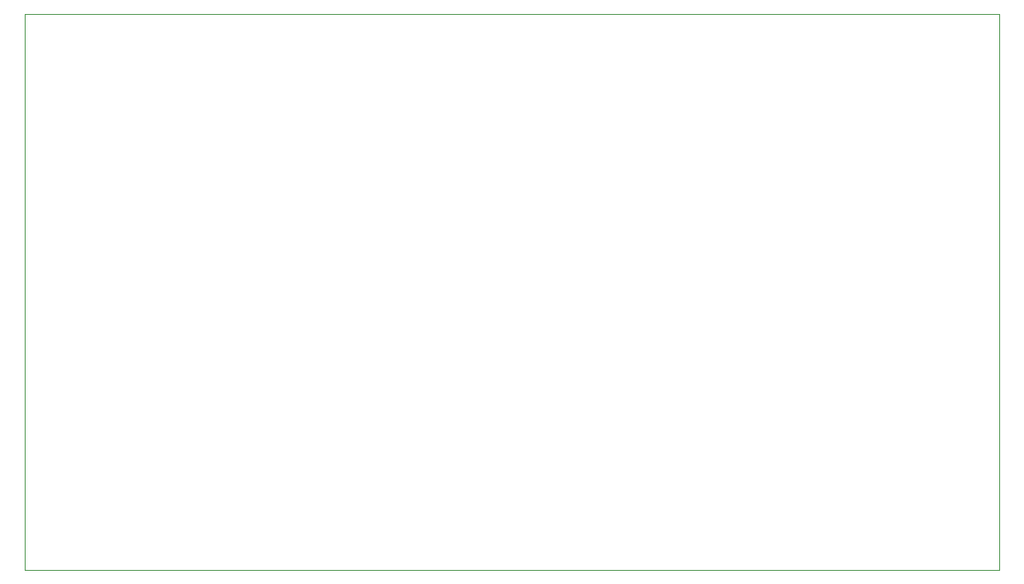
<source format=gbr>
%TF.GenerationSoftware,KiCad,Pcbnew,(6.0.8)*%
%TF.CreationDate,2022-10-05T16:47:09+02:00*%
%TF.ProjectId,MostekDumper,4d6f7374-656b-4447-956d-7065722e6b69,rev?*%
%TF.SameCoordinates,Original*%
%TF.FileFunction,Profile,NP*%
%FSLAX46Y46*%
G04 Gerber Fmt 4.6, Leading zero omitted, Abs format (unit mm)*
G04 Created by KiCad (PCBNEW (6.0.8)) date 2022-10-05 16:47:09*
%MOMM*%
%LPD*%
G01*
G04 APERTURE LIST*
%TA.AperFunction,Profile*%
%ADD10C,0.100000*%
%TD*%
G04 APERTURE END LIST*
D10*
X91000000Y-105000000D02*
X91000000Y-48000000D01*
X191000000Y-105000000D02*
X91000000Y-105000000D01*
X191000000Y-48000000D02*
X191000000Y-105000000D01*
X91000000Y-48000000D02*
X191000000Y-48000000D01*
M02*

</source>
